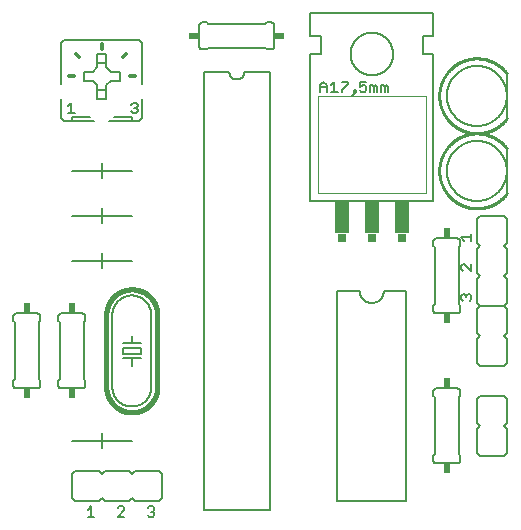
<source format=gto>
G75*
%MOIN*%
%OFA0B0*%
%FSLAX25Y25*%
%IPPOS*%
%LPD*%
%AMOC8*
5,1,8,0,0,1.08239X$1,22.5*
%
%ADD10C,0.00600*%
%ADD11C,0.00500*%
%ADD12C,0.00800*%
%ADD13C,0.01000*%
%ADD14R,0.02400X0.03400*%
%ADD15C,0.00200*%
%ADD16R,0.03000X0.02500*%
%ADD17R,0.05000X0.11000*%
%ADD18R,0.03400X0.02400*%
%ADD19C,0.01600*%
%ADD20C,0.01200*%
D10*
X0026800Y0009500D02*
X0027800Y0008500D01*
X0035800Y0008500D01*
X0036800Y0009500D01*
X0037800Y0008500D01*
X0045800Y0008500D01*
X0046800Y0009500D01*
X0047800Y0008500D01*
X0055800Y0008500D01*
X0056800Y0009500D01*
X0056800Y0017500D01*
X0055800Y0018500D01*
X0047800Y0018500D01*
X0046800Y0017500D01*
X0045800Y0018500D01*
X0037800Y0018500D01*
X0036800Y0017500D01*
X0035800Y0018500D01*
X0027800Y0018500D01*
X0026800Y0017500D01*
X0026800Y0009500D01*
X0023300Y0046000D02*
X0030300Y0046000D01*
X0030360Y0046002D01*
X0030421Y0046007D01*
X0030480Y0046016D01*
X0030539Y0046029D01*
X0030598Y0046045D01*
X0030655Y0046065D01*
X0030710Y0046088D01*
X0030765Y0046115D01*
X0030817Y0046144D01*
X0030868Y0046177D01*
X0030917Y0046213D01*
X0030963Y0046251D01*
X0031007Y0046293D01*
X0031049Y0046337D01*
X0031087Y0046383D01*
X0031123Y0046432D01*
X0031156Y0046483D01*
X0031185Y0046535D01*
X0031212Y0046590D01*
X0031235Y0046645D01*
X0031255Y0046702D01*
X0031271Y0046761D01*
X0031284Y0046820D01*
X0031293Y0046879D01*
X0031298Y0046940D01*
X0031300Y0047000D01*
X0031300Y0048500D01*
X0030800Y0049000D01*
X0030800Y0068000D01*
X0031300Y0068500D01*
X0031300Y0070000D01*
X0031298Y0070060D01*
X0031293Y0070121D01*
X0031284Y0070180D01*
X0031271Y0070239D01*
X0031255Y0070298D01*
X0031235Y0070355D01*
X0031212Y0070410D01*
X0031185Y0070465D01*
X0031156Y0070517D01*
X0031123Y0070568D01*
X0031087Y0070617D01*
X0031049Y0070663D01*
X0031007Y0070707D01*
X0030963Y0070749D01*
X0030917Y0070787D01*
X0030868Y0070823D01*
X0030817Y0070856D01*
X0030765Y0070885D01*
X0030710Y0070912D01*
X0030655Y0070935D01*
X0030598Y0070955D01*
X0030539Y0070971D01*
X0030480Y0070984D01*
X0030421Y0070993D01*
X0030360Y0070998D01*
X0030300Y0071000D01*
X0023300Y0071000D01*
X0023240Y0070998D01*
X0023179Y0070993D01*
X0023120Y0070984D01*
X0023061Y0070971D01*
X0023002Y0070955D01*
X0022945Y0070935D01*
X0022890Y0070912D01*
X0022835Y0070885D01*
X0022783Y0070856D01*
X0022732Y0070823D01*
X0022683Y0070787D01*
X0022637Y0070749D01*
X0022593Y0070707D01*
X0022551Y0070663D01*
X0022513Y0070617D01*
X0022477Y0070568D01*
X0022444Y0070517D01*
X0022415Y0070465D01*
X0022388Y0070410D01*
X0022365Y0070355D01*
X0022345Y0070298D01*
X0022329Y0070239D01*
X0022316Y0070180D01*
X0022307Y0070121D01*
X0022302Y0070060D01*
X0022300Y0070000D01*
X0022300Y0068500D01*
X0022800Y0068000D01*
X0022800Y0049000D01*
X0022300Y0048500D01*
X0022300Y0047000D01*
X0022302Y0046940D01*
X0022307Y0046879D01*
X0022316Y0046820D01*
X0022329Y0046761D01*
X0022345Y0046702D01*
X0022365Y0046645D01*
X0022388Y0046590D01*
X0022415Y0046535D01*
X0022444Y0046483D01*
X0022477Y0046432D01*
X0022513Y0046383D01*
X0022551Y0046337D01*
X0022593Y0046293D01*
X0022637Y0046251D01*
X0022683Y0046213D01*
X0022732Y0046177D01*
X0022783Y0046144D01*
X0022835Y0046115D01*
X0022890Y0046088D01*
X0022945Y0046065D01*
X0023002Y0046045D01*
X0023061Y0046029D01*
X0023120Y0046016D01*
X0023179Y0046007D01*
X0023240Y0046002D01*
X0023300Y0046000D01*
X0016300Y0047000D02*
X0016300Y0048500D01*
X0015800Y0049000D01*
X0015800Y0068000D01*
X0016300Y0068500D01*
X0016300Y0070000D01*
X0016298Y0070060D01*
X0016293Y0070121D01*
X0016284Y0070180D01*
X0016271Y0070239D01*
X0016255Y0070298D01*
X0016235Y0070355D01*
X0016212Y0070410D01*
X0016185Y0070465D01*
X0016156Y0070517D01*
X0016123Y0070568D01*
X0016087Y0070617D01*
X0016049Y0070663D01*
X0016007Y0070707D01*
X0015963Y0070749D01*
X0015917Y0070787D01*
X0015868Y0070823D01*
X0015817Y0070856D01*
X0015765Y0070885D01*
X0015710Y0070912D01*
X0015655Y0070935D01*
X0015598Y0070955D01*
X0015539Y0070971D01*
X0015480Y0070984D01*
X0015421Y0070993D01*
X0015360Y0070998D01*
X0015300Y0071000D01*
X0008300Y0071000D01*
X0008240Y0070998D01*
X0008179Y0070993D01*
X0008120Y0070984D01*
X0008061Y0070971D01*
X0008002Y0070955D01*
X0007945Y0070935D01*
X0007890Y0070912D01*
X0007835Y0070885D01*
X0007783Y0070856D01*
X0007732Y0070823D01*
X0007683Y0070787D01*
X0007637Y0070749D01*
X0007593Y0070707D01*
X0007551Y0070663D01*
X0007513Y0070617D01*
X0007477Y0070568D01*
X0007444Y0070517D01*
X0007415Y0070465D01*
X0007388Y0070410D01*
X0007365Y0070355D01*
X0007345Y0070298D01*
X0007329Y0070239D01*
X0007316Y0070180D01*
X0007307Y0070121D01*
X0007302Y0070060D01*
X0007300Y0070000D01*
X0007300Y0068500D01*
X0007800Y0068000D01*
X0007800Y0049000D01*
X0007300Y0048500D01*
X0007300Y0047000D01*
X0007302Y0046940D01*
X0007307Y0046879D01*
X0007316Y0046820D01*
X0007329Y0046761D01*
X0007345Y0046702D01*
X0007365Y0046645D01*
X0007388Y0046590D01*
X0007415Y0046535D01*
X0007444Y0046483D01*
X0007477Y0046432D01*
X0007513Y0046383D01*
X0007551Y0046337D01*
X0007593Y0046293D01*
X0007637Y0046251D01*
X0007683Y0046213D01*
X0007732Y0046177D01*
X0007783Y0046144D01*
X0007835Y0046115D01*
X0007890Y0046088D01*
X0007945Y0046065D01*
X0008002Y0046045D01*
X0008061Y0046029D01*
X0008120Y0046016D01*
X0008179Y0046007D01*
X0008240Y0046002D01*
X0008300Y0046000D01*
X0015300Y0046000D01*
X0015360Y0046002D01*
X0015421Y0046007D01*
X0015480Y0046016D01*
X0015539Y0046029D01*
X0015598Y0046045D01*
X0015655Y0046065D01*
X0015710Y0046088D01*
X0015765Y0046115D01*
X0015817Y0046144D01*
X0015868Y0046177D01*
X0015917Y0046213D01*
X0015963Y0046251D01*
X0016007Y0046293D01*
X0016049Y0046337D01*
X0016087Y0046383D01*
X0016123Y0046432D01*
X0016156Y0046483D01*
X0016185Y0046535D01*
X0016212Y0046590D01*
X0016235Y0046645D01*
X0016255Y0046702D01*
X0016271Y0046761D01*
X0016284Y0046820D01*
X0016293Y0046879D01*
X0016298Y0046940D01*
X0016300Y0047000D01*
X0040300Y0046500D02*
X0040300Y0070500D01*
X0040302Y0070660D01*
X0040308Y0070819D01*
X0040318Y0070978D01*
X0040331Y0071137D01*
X0040349Y0071296D01*
X0040370Y0071454D01*
X0040396Y0071611D01*
X0040425Y0071768D01*
X0040458Y0071924D01*
X0040495Y0072079D01*
X0040535Y0072234D01*
X0040580Y0072387D01*
X0040628Y0072539D01*
X0040680Y0072690D01*
X0040736Y0072839D01*
X0040795Y0072987D01*
X0040858Y0073134D01*
X0040924Y0073279D01*
X0040994Y0073422D01*
X0041068Y0073564D01*
X0041144Y0073704D01*
X0041225Y0073842D01*
X0041308Y0073977D01*
X0041395Y0074111D01*
X0041486Y0074243D01*
X0041579Y0074372D01*
X0041676Y0074499D01*
X0041775Y0074624D01*
X0041878Y0074746D01*
X0041984Y0074865D01*
X0042092Y0074982D01*
X0042204Y0075096D01*
X0042318Y0075208D01*
X0042435Y0075316D01*
X0042554Y0075422D01*
X0042676Y0075525D01*
X0042801Y0075624D01*
X0042928Y0075721D01*
X0043057Y0075814D01*
X0043189Y0075905D01*
X0043323Y0075992D01*
X0043458Y0076075D01*
X0043596Y0076156D01*
X0043736Y0076232D01*
X0043878Y0076306D01*
X0044021Y0076376D01*
X0044166Y0076442D01*
X0044313Y0076505D01*
X0044461Y0076564D01*
X0044610Y0076620D01*
X0044761Y0076672D01*
X0044913Y0076720D01*
X0045066Y0076765D01*
X0045221Y0076805D01*
X0045376Y0076842D01*
X0045532Y0076875D01*
X0045689Y0076904D01*
X0045846Y0076930D01*
X0046004Y0076951D01*
X0046163Y0076969D01*
X0046322Y0076982D01*
X0046481Y0076992D01*
X0046640Y0076998D01*
X0046800Y0077000D01*
X0046960Y0076998D01*
X0047119Y0076992D01*
X0047278Y0076982D01*
X0047437Y0076969D01*
X0047596Y0076951D01*
X0047754Y0076930D01*
X0047911Y0076904D01*
X0048068Y0076875D01*
X0048224Y0076842D01*
X0048379Y0076805D01*
X0048534Y0076765D01*
X0048687Y0076720D01*
X0048839Y0076672D01*
X0048990Y0076620D01*
X0049139Y0076564D01*
X0049287Y0076505D01*
X0049434Y0076442D01*
X0049579Y0076376D01*
X0049722Y0076306D01*
X0049864Y0076232D01*
X0050004Y0076156D01*
X0050142Y0076075D01*
X0050277Y0075992D01*
X0050411Y0075905D01*
X0050543Y0075814D01*
X0050672Y0075721D01*
X0050799Y0075624D01*
X0050924Y0075525D01*
X0051046Y0075422D01*
X0051165Y0075316D01*
X0051282Y0075208D01*
X0051396Y0075096D01*
X0051508Y0074982D01*
X0051616Y0074865D01*
X0051722Y0074746D01*
X0051825Y0074624D01*
X0051924Y0074499D01*
X0052021Y0074372D01*
X0052114Y0074243D01*
X0052205Y0074111D01*
X0052292Y0073977D01*
X0052375Y0073842D01*
X0052456Y0073704D01*
X0052532Y0073564D01*
X0052606Y0073422D01*
X0052676Y0073279D01*
X0052742Y0073134D01*
X0052805Y0072987D01*
X0052864Y0072839D01*
X0052920Y0072690D01*
X0052972Y0072539D01*
X0053020Y0072387D01*
X0053065Y0072234D01*
X0053105Y0072079D01*
X0053142Y0071924D01*
X0053175Y0071768D01*
X0053204Y0071611D01*
X0053230Y0071454D01*
X0053251Y0071296D01*
X0053269Y0071137D01*
X0053282Y0070978D01*
X0053292Y0070819D01*
X0053298Y0070660D01*
X0053300Y0070500D01*
X0053300Y0046500D01*
X0053298Y0046340D01*
X0053292Y0046181D01*
X0053282Y0046022D01*
X0053269Y0045863D01*
X0053251Y0045704D01*
X0053230Y0045546D01*
X0053204Y0045389D01*
X0053175Y0045232D01*
X0053142Y0045076D01*
X0053105Y0044921D01*
X0053065Y0044766D01*
X0053020Y0044613D01*
X0052972Y0044461D01*
X0052920Y0044310D01*
X0052864Y0044161D01*
X0052805Y0044013D01*
X0052742Y0043866D01*
X0052676Y0043721D01*
X0052606Y0043578D01*
X0052532Y0043436D01*
X0052456Y0043296D01*
X0052375Y0043158D01*
X0052292Y0043023D01*
X0052205Y0042889D01*
X0052114Y0042757D01*
X0052021Y0042628D01*
X0051924Y0042501D01*
X0051825Y0042376D01*
X0051722Y0042254D01*
X0051616Y0042135D01*
X0051508Y0042018D01*
X0051396Y0041904D01*
X0051282Y0041792D01*
X0051165Y0041684D01*
X0051046Y0041578D01*
X0050924Y0041475D01*
X0050799Y0041376D01*
X0050672Y0041279D01*
X0050543Y0041186D01*
X0050411Y0041095D01*
X0050277Y0041008D01*
X0050142Y0040925D01*
X0050004Y0040844D01*
X0049864Y0040768D01*
X0049722Y0040694D01*
X0049579Y0040624D01*
X0049434Y0040558D01*
X0049287Y0040495D01*
X0049139Y0040436D01*
X0048990Y0040380D01*
X0048839Y0040328D01*
X0048687Y0040280D01*
X0048534Y0040235D01*
X0048379Y0040195D01*
X0048224Y0040158D01*
X0048068Y0040125D01*
X0047911Y0040096D01*
X0047754Y0040070D01*
X0047596Y0040049D01*
X0047437Y0040031D01*
X0047278Y0040018D01*
X0047119Y0040008D01*
X0046960Y0040002D01*
X0046800Y0040000D01*
X0046640Y0040002D01*
X0046481Y0040008D01*
X0046322Y0040018D01*
X0046163Y0040031D01*
X0046004Y0040049D01*
X0045846Y0040070D01*
X0045689Y0040096D01*
X0045532Y0040125D01*
X0045376Y0040158D01*
X0045221Y0040195D01*
X0045066Y0040235D01*
X0044913Y0040280D01*
X0044761Y0040328D01*
X0044610Y0040380D01*
X0044461Y0040436D01*
X0044313Y0040495D01*
X0044166Y0040558D01*
X0044021Y0040624D01*
X0043878Y0040694D01*
X0043736Y0040768D01*
X0043596Y0040844D01*
X0043458Y0040925D01*
X0043323Y0041008D01*
X0043189Y0041095D01*
X0043057Y0041186D01*
X0042928Y0041279D01*
X0042801Y0041376D01*
X0042676Y0041475D01*
X0042554Y0041578D01*
X0042435Y0041684D01*
X0042318Y0041792D01*
X0042204Y0041904D01*
X0042092Y0042018D01*
X0041984Y0042135D01*
X0041878Y0042254D01*
X0041775Y0042376D01*
X0041676Y0042501D01*
X0041579Y0042628D01*
X0041486Y0042757D01*
X0041395Y0042889D01*
X0041308Y0043023D01*
X0041225Y0043158D01*
X0041144Y0043296D01*
X0041068Y0043436D01*
X0040994Y0043578D01*
X0040924Y0043721D01*
X0040858Y0043866D01*
X0040795Y0044013D01*
X0040736Y0044161D01*
X0040680Y0044310D01*
X0040628Y0044461D01*
X0040580Y0044613D01*
X0040535Y0044766D01*
X0040495Y0044921D01*
X0040458Y0045076D01*
X0040425Y0045232D01*
X0040396Y0045389D01*
X0040370Y0045546D01*
X0040349Y0045704D01*
X0040331Y0045863D01*
X0040318Y0046022D01*
X0040308Y0046181D01*
X0040302Y0046340D01*
X0040300Y0046500D01*
X0046800Y0053500D02*
X0046800Y0056000D01*
X0043800Y0056000D01*
X0043800Y0057500D02*
X0043800Y0059500D01*
X0049800Y0059500D01*
X0049800Y0057500D01*
X0043800Y0057500D01*
X0046800Y0056000D02*
X0049800Y0056000D01*
X0049800Y0061000D02*
X0046800Y0061000D01*
X0046800Y0063500D01*
X0046800Y0061000D02*
X0043800Y0061000D01*
X0070800Y0005500D02*
X0092800Y0005500D01*
X0092800Y0151500D01*
X0084300Y0151500D01*
X0084298Y0151402D01*
X0084292Y0151304D01*
X0084283Y0151206D01*
X0084269Y0151109D01*
X0084252Y0151012D01*
X0084231Y0150916D01*
X0084206Y0150821D01*
X0084178Y0150727D01*
X0084145Y0150635D01*
X0084110Y0150543D01*
X0084070Y0150453D01*
X0084028Y0150365D01*
X0083981Y0150278D01*
X0083932Y0150194D01*
X0083879Y0150111D01*
X0083823Y0150031D01*
X0083763Y0149952D01*
X0083701Y0149876D01*
X0083636Y0149803D01*
X0083568Y0149732D01*
X0083497Y0149664D01*
X0083424Y0149599D01*
X0083348Y0149537D01*
X0083269Y0149477D01*
X0083189Y0149421D01*
X0083106Y0149368D01*
X0083022Y0149319D01*
X0082935Y0149272D01*
X0082847Y0149230D01*
X0082757Y0149190D01*
X0082665Y0149155D01*
X0082573Y0149122D01*
X0082479Y0149094D01*
X0082384Y0149069D01*
X0082288Y0149048D01*
X0082191Y0149031D01*
X0082094Y0149017D01*
X0081996Y0149008D01*
X0081898Y0149002D01*
X0081800Y0149000D01*
X0081702Y0149002D01*
X0081604Y0149008D01*
X0081506Y0149017D01*
X0081409Y0149031D01*
X0081312Y0149048D01*
X0081216Y0149069D01*
X0081121Y0149094D01*
X0081027Y0149122D01*
X0080935Y0149155D01*
X0080843Y0149190D01*
X0080753Y0149230D01*
X0080665Y0149272D01*
X0080578Y0149319D01*
X0080494Y0149368D01*
X0080411Y0149421D01*
X0080331Y0149477D01*
X0080252Y0149537D01*
X0080176Y0149599D01*
X0080103Y0149664D01*
X0080032Y0149732D01*
X0079964Y0149803D01*
X0079899Y0149876D01*
X0079837Y0149952D01*
X0079777Y0150031D01*
X0079721Y0150111D01*
X0079668Y0150194D01*
X0079619Y0150278D01*
X0079572Y0150365D01*
X0079530Y0150453D01*
X0079490Y0150543D01*
X0079455Y0150635D01*
X0079422Y0150727D01*
X0079394Y0150821D01*
X0079369Y0150916D01*
X0079348Y0151012D01*
X0079331Y0151109D01*
X0079317Y0151206D01*
X0079308Y0151304D01*
X0079302Y0151402D01*
X0079300Y0151500D01*
X0070800Y0151500D01*
X0070800Y0005500D01*
X0115300Y0008500D02*
X0138300Y0008500D01*
X0138300Y0078500D01*
X0130800Y0078500D01*
X0130798Y0078374D01*
X0130792Y0078249D01*
X0130782Y0078124D01*
X0130768Y0077999D01*
X0130751Y0077874D01*
X0130729Y0077750D01*
X0130704Y0077627D01*
X0130674Y0077505D01*
X0130641Y0077384D01*
X0130604Y0077264D01*
X0130564Y0077145D01*
X0130519Y0077028D01*
X0130471Y0076911D01*
X0130419Y0076797D01*
X0130364Y0076684D01*
X0130305Y0076573D01*
X0130243Y0076464D01*
X0130177Y0076357D01*
X0130108Y0076252D01*
X0130036Y0076149D01*
X0129961Y0076048D01*
X0129882Y0075950D01*
X0129800Y0075855D01*
X0129716Y0075762D01*
X0129628Y0075672D01*
X0129538Y0075584D01*
X0129445Y0075500D01*
X0129350Y0075418D01*
X0129252Y0075339D01*
X0129151Y0075264D01*
X0129048Y0075192D01*
X0128943Y0075123D01*
X0128836Y0075057D01*
X0128727Y0074995D01*
X0128616Y0074936D01*
X0128503Y0074881D01*
X0128389Y0074829D01*
X0128272Y0074781D01*
X0128155Y0074736D01*
X0128036Y0074696D01*
X0127916Y0074659D01*
X0127795Y0074626D01*
X0127673Y0074596D01*
X0127550Y0074571D01*
X0127426Y0074549D01*
X0127301Y0074532D01*
X0127176Y0074518D01*
X0127051Y0074508D01*
X0126926Y0074502D01*
X0126800Y0074500D01*
X0126674Y0074502D01*
X0126549Y0074508D01*
X0126424Y0074518D01*
X0126299Y0074532D01*
X0126174Y0074549D01*
X0126050Y0074571D01*
X0125927Y0074596D01*
X0125805Y0074626D01*
X0125684Y0074659D01*
X0125564Y0074696D01*
X0125445Y0074736D01*
X0125328Y0074781D01*
X0125211Y0074829D01*
X0125097Y0074881D01*
X0124984Y0074936D01*
X0124873Y0074995D01*
X0124764Y0075057D01*
X0124657Y0075123D01*
X0124552Y0075192D01*
X0124449Y0075264D01*
X0124348Y0075339D01*
X0124250Y0075418D01*
X0124155Y0075500D01*
X0124062Y0075584D01*
X0123972Y0075672D01*
X0123884Y0075762D01*
X0123800Y0075855D01*
X0123718Y0075950D01*
X0123639Y0076048D01*
X0123564Y0076149D01*
X0123492Y0076252D01*
X0123423Y0076357D01*
X0123357Y0076464D01*
X0123295Y0076573D01*
X0123236Y0076684D01*
X0123181Y0076797D01*
X0123129Y0076911D01*
X0123081Y0077028D01*
X0123036Y0077145D01*
X0122996Y0077264D01*
X0122959Y0077384D01*
X0122926Y0077505D01*
X0122896Y0077627D01*
X0122871Y0077750D01*
X0122849Y0077874D01*
X0122832Y0077999D01*
X0122818Y0078124D01*
X0122808Y0078249D01*
X0122802Y0078374D01*
X0122800Y0078500D01*
X0115300Y0078500D01*
X0115300Y0008500D01*
X0147300Y0022000D02*
X0147300Y0023500D01*
X0147800Y0024000D01*
X0147800Y0043000D01*
X0147300Y0043500D01*
X0147300Y0045000D01*
X0147302Y0045060D01*
X0147307Y0045121D01*
X0147316Y0045180D01*
X0147329Y0045239D01*
X0147345Y0045298D01*
X0147365Y0045355D01*
X0147388Y0045410D01*
X0147415Y0045465D01*
X0147444Y0045517D01*
X0147477Y0045568D01*
X0147513Y0045617D01*
X0147551Y0045663D01*
X0147593Y0045707D01*
X0147637Y0045749D01*
X0147683Y0045787D01*
X0147732Y0045823D01*
X0147783Y0045856D01*
X0147835Y0045885D01*
X0147890Y0045912D01*
X0147945Y0045935D01*
X0148002Y0045955D01*
X0148061Y0045971D01*
X0148120Y0045984D01*
X0148179Y0045993D01*
X0148240Y0045998D01*
X0148300Y0046000D01*
X0155300Y0046000D01*
X0155360Y0045998D01*
X0155421Y0045993D01*
X0155480Y0045984D01*
X0155539Y0045971D01*
X0155598Y0045955D01*
X0155655Y0045935D01*
X0155710Y0045912D01*
X0155765Y0045885D01*
X0155817Y0045856D01*
X0155868Y0045823D01*
X0155917Y0045787D01*
X0155963Y0045749D01*
X0156007Y0045707D01*
X0156049Y0045663D01*
X0156087Y0045617D01*
X0156123Y0045568D01*
X0156156Y0045517D01*
X0156185Y0045465D01*
X0156212Y0045410D01*
X0156235Y0045355D01*
X0156255Y0045298D01*
X0156271Y0045239D01*
X0156284Y0045180D01*
X0156293Y0045121D01*
X0156298Y0045060D01*
X0156300Y0045000D01*
X0156300Y0043500D01*
X0155800Y0043000D01*
X0155800Y0024000D01*
X0156300Y0023500D01*
X0156300Y0022000D01*
X0156298Y0021940D01*
X0156293Y0021879D01*
X0156284Y0021820D01*
X0156271Y0021761D01*
X0156255Y0021702D01*
X0156235Y0021645D01*
X0156212Y0021590D01*
X0156185Y0021535D01*
X0156156Y0021483D01*
X0156123Y0021432D01*
X0156087Y0021383D01*
X0156049Y0021337D01*
X0156007Y0021293D01*
X0155963Y0021251D01*
X0155917Y0021213D01*
X0155868Y0021177D01*
X0155817Y0021144D01*
X0155765Y0021115D01*
X0155710Y0021088D01*
X0155655Y0021065D01*
X0155598Y0021045D01*
X0155539Y0021029D01*
X0155480Y0021016D01*
X0155421Y0021007D01*
X0155360Y0021002D01*
X0155300Y0021000D01*
X0148300Y0021000D01*
X0148240Y0021002D01*
X0148179Y0021007D01*
X0148120Y0021016D01*
X0148061Y0021029D01*
X0148002Y0021045D01*
X0147945Y0021065D01*
X0147890Y0021088D01*
X0147835Y0021115D01*
X0147783Y0021144D01*
X0147732Y0021177D01*
X0147683Y0021213D01*
X0147637Y0021251D01*
X0147593Y0021293D01*
X0147551Y0021337D01*
X0147513Y0021383D01*
X0147477Y0021432D01*
X0147444Y0021483D01*
X0147415Y0021535D01*
X0147388Y0021590D01*
X0147365Y0021645D01*
X0147345Y0021702D01*
X0147329Y0021761D01*
X0147316Y0021820D01*
X0147307Y0021879D01*
X0147302Y0021940D01*
X0147300Y0022000D01*
X0161800Y0024500D02*
X0162800Y0023500D01*
X0170800Y0023500D01*
X0171800Y0024500D01*
X0171800Y0032500D01*
X0170800Y0033500D01*
X0171800Y0034500D01*
X0171800Y0042500D01*
X0170800Y0043500D01*
X0162800Y0043500D01*
X0161800Y0042500D01*
X0161800Y0034500D01*
X0162800Y0033500D01*
X0161800Y0032500D01*
X0161800Y0024500D01*
X0162800Y0053500D02*
X0161800Y0054500D01*
X0161800Y0062500D01*
X0162800Y0063500D01*
X0161800Y0064500D01*
X0161800Y0072500D01*
X0162800Y0073500D01*
X0170800Y0073500D01*
X0171800Y0072500D01*
X0171800Y0064500D01*
X0170800Y0063500D01*
X0171800Y0062500D01*
X0171800Y0054500D01*
X0170800Y0053500D01*
X0162800Y0053500D01*
X0155300Y0071000D02*
X0148300Y0071000D01*
X0148240Y0071002D01*
X0148179Y0071007D01*
X0148120Y0071016D01*
X0148061Y0071029D01*
X0148002Y0071045D01*
X0147945Y0071065D01*
X0147890Y0071088D01*
X0147835Y0071115D01*
X0147783Y0071144D01*
X0147732Y0071177D01*
X0147683Y0071213D01*
X0147637Y0071251D01*
X0147593Y0071293D01*
X0147551Y0071337D01*
X0147513Y0071383D01*
X0147477Y0071432D01*
X0147444Y0071483D01*
X0147415Y0071535D01*
X0147388Y0071590D01*
X0147365Y0071645D01*
X0147345Y0071702D01*
X0147329Y0071761D01*
X0147316Y0071820D01*
X0147307Y0071879D01*
X0147302Y0071940D01*
X0147300Y0072000D01*
X0147300Y0073500D01*
X0147800Y0074000D01*
X0147800Y0093000D01*
X0147300Y0093500D01*
X0147300Y0095000D01*
X0147302Y0095060D01*
X0147307Y0095121D01*
X0147316Y0095180D01*
X0147329Y0095239D01*
X0147345Y0095298D01*
X0147365Y0095355D01*
X0147388Y0095410D01*
X0147415Y0095465D01*
X0147444Y0095517D01*
X0147477Y0095568D01*
X0147513Y0095617D01*
X0147551Y0095663D01*
X0147593Y0095707D01*
X0147637Y0095749D01*
X0147683Y0095787D01*
X0147732Y0095823D01*
X0147783Y0095856D01*
X0147835Y0095885D01*
X0147890Y0095912D01*
X0147945Y0095935D01*
X0148002Y0095955D01*
X0148061Y0095971D01*
X0148120Y0095984D01*
X0148179Y0095993D01*
X0148240Y0095998D01*
X0148300Y0096000D01*
X0155300Y0096000D01*
X0155360Y0095998D01*
X0155421Y0095993D01*
X0155480Y0095984D01*
X0155539Y0095971D01*
X0155598Y0095955D01*
X0155655Y0095935D01*
X0155710Y0095912D01*
X0155765Y0095885D01*
X0155817Y0095856D01*
X0155868Y0095823D01*
X0155917Y0095787D01*
X0155963Y0095749D01*
X0156007Y0095707D01*
X0156049Y0095663D01*
X0156087Y0095617D01*
X0156123Y0095568D01*
X0156156Y0095517D01*
X0156185Y0095465D01*
X0156212Y0095410D01*
X0156235Y0095355D01*
X0156255Y0095298D01*
X0156271Y0095239D01*
X0156284Y0095180D01*
X0156293Y0095121D01*
X0156298Y0095060D01*
X0156300Y0095000D01*
X0156300Y0093500D01*
X0155800Y0093000D01*
X0155800Y0074000D01*
X0156300Y0073500D01*
X0156300Y0072000D01*
X0156298Y0071940D01*
X0156293Y0071879D01*
X0156284Y0071820D01*
X0156271Y0071761D01*
X0156255Y0071702D01*
X0156235Y0071645D01*
X0156212Y0071590D01*
X0156185Y0071535D01*
X0156156Y0071483D01*
X0156123Y0071432D01*
X0156087Y0071383D01*
X0156049Y0071337D01*
X0156007Y0071293D01*
X0155963Y0071251D01*
X0155917Y0071213D01*
X0155868Y0071177D01*
X0155817Y0071144D01*
X0155765Y0071115D01*
X0155710Y0071088D01*
X0155655Y0071065D01*
X0155598Y0071045D01*
X0155539Y0071029D01*
X0155480Y0071016D01*
X0155421Y0071007D01*
X0155360Y0071002D01*
X0155300Y0071000D01*
X0161800Y0074500D02*
X0162800Y0073500D01*
X0170800Y0073500D01*
X0171800Y0074500D01*
X0171800Y0082500D01*
X0170800Y0083500D01*
X0171800Y0084500D01*
X0171800Y0092500D01*
X0170800Y0093500D01*
X0171800Y0094500D01*
X0171800Y0102500D01*
X0170800Y0103500D01*
X0162800Y0103500D01*
X0161800Y0102500D01*
X0161800Y0094500D01*
X0162800Y0093500D01*
X0161800Y0092500D01*
X0161800Y0084500D01*
X0162800Y0083500D01*
X0161800Y0082500D01*
X0161800Y0074500D01*
X0151800Y0118500D02*
X0151803Y0118745D01*
X0151812Y0118991D01*
X0151827Y0119236D01*
X0151848Y0119480D01*
X0151875Y0119724D01*
X0151908Y0119967D01*
X0151947Y0120210D01*
X0151992Y0120451D01*
X0152043Y0120691D01*
X0152100Y0120930D01*
X0152162Y0121167D01*
X0152231Y0121403D01*
X0152305Y0121637D01*
X0152385Y0121869D01*
X0152470Y0122099D01*
X0152561Y0122327D01*
X0152658Y0122552D01*
X0152760Y0122776D01*
X0152868Y0122996D01*
X0152981Y0123214D01*
X0153099Y0123429D01*
X0153223Y0123641D01*
X0153351Y0123850D01*
X0153485Y0124056D01*
X0153624Y0124258D01*
X0153768Y0124457D01*
X0153917Y0124652D01*
X0154070Y0124844D01*
X0154228Y0125032D01*
X0154390Y0125216D01*
X0154558Y0125395D01*
X0154729Y0125571D01*
X0154905Y0125742D01*
X0155084Y0125910D01*
X0155268Y0126072D01*
X0155456Y0126230D01*
X0155648Y0126383D01*
X0155843Y0126532D01*
X0156042Y0126676D01*
X0156244Y0126815D01*
X0156450Y0126949D01*
X0156659Y0127077D01*
X0156871Y0127201D01*
X0157086Y0127319D01*
X0157304Y0127432D01*
X0157524Y0127540D01*
X0157748Y0127642D01*
X0157973Y0127739D01*
X0158201Y0127830D01*
X0158431Y0127915D01*
X0158663Y0127995D01*
X0158897Y0128069D01*
X0159133Y0128138D01*
X0159370Y0128200D01*
X0159609Y0128257D01*
X0159849Y0128308D01*
X0160090Y0128353D01*
X0160333Y0128392D01*
X0160576Y0128425D01*
X0160820Y0128452D01*
X0161064Y0128473D01*
X0161309Y0128488D01*
X0161555Y0128497D01*
X0161800Y0128500D01*
X0162045Y0128497D01*
X0162291Y0128488D01*
X0162536Y0128473D01*
X0162780Y0128452D01*
X0163024Y0128425D01*
X0163267Y0128392D01*
X0163510Y0128353D01*
X0163751Y0128308D01*
X0163991Y0128257D01*
X0164230Y0128200D01*
X0164467Y0128138D01*
X0164703Y0128069D01*
X0164937Y0127995D01*
X0165169Y0127915D01*
X0165399Y0127830D01*
X0165627Y0127739D01*
X0165852Y0127642D01*
X0166076Y0127540D01*
X0166296Y0127432D01*
X0166514Y0127319D01*
X0166729Y0127201D01*
X0166941Y0127077D01*
X0167150Y0126949D01*
X0167356Y0126815D01*
X0167558Y0126676D01*
X0167757Y0126532D01*
X0167952Y0126383D01*
X0168144Y0126230D01*
X0168332Y0126072D01*
X0168516Y0125910D01*
X0168695Y0125742D01*
X0168871Y0125571D01*
X0169042Y0125395D01*
X0169210Y0125216D01*
X0169372Y0125032D01*
X0169530Y0124844D01*
X0169683Y0124652D01*
X0169832Y0124457D01*
X0169976Y0124258D01*
X0170115Y0124056D01*
X0170249Y0123850D01*
X0170377Y0123641D01*
X0170501Y0123429D01*
X0170619Y0123214D01*
X0170732Y0122996D01*
X0170840Y0122776D01*
X0170942Y0122552D01*
X0171039Y0122327D01*
X0171130Y0122099D01*
X0171215Y0121869D01*
X0171295Y0121637D01*
X0171369Y0121403D01*
X0171438Y0121167D01*
X0171500Y0120930D01*
X0171557Y0120691D01*
X0171608Y0120451D01*
X0171653Y0120210D01*
X0171692Y0119967D01*
X0171725Y0119724D01*
X0171752Y0119480D01*
X0171773Y0119236D01*
X0171788Y0118991D01*
X0171797Y0118745D01*
X0171800Y0118500D01*
X0171797Y0118255D01*
X0171788Y0118009D01*
X0171773Y0117764D01*
X0171752Y0117520D01*
X0171725Y0117276D01*
X0171692Y0117033D01*
X0171653Y0116790D01*
X0171608Y0116549D01*
X0171557Y0116309D01*
X0171500Y0116070D01*
X0171438Y0115833D01*
X0171369Y0115597D01*
X0171295Y0115363D01*
X0171215Y0115131D01*
X0171130Y0114901D01*
X0171039Y0114673D01*
X0170942Y0114448D01*
X0170840Y0114224D01*
X0170732Y0114004D01*
X0170619Y0113786D01*
X0170501Y0113571D01*
X0170377Y0113359D01*
X0170249Y0113150D01*
X0170115Y0112944D01*
X0169976Y0112742D01*
X0169832Y0112543D01*
X0169683Y0112348D01*
X0169530Y0112156D01*
X0169372Y0111968D01*
X0169210Y0111784D01*
X0169042Y0111605D01*
X0168871Y0111429D01*
X0168695Y0111258D01*
X0168516Y0111090D01*
X0168332Y0110928D01*
X0168144Y0110770D01*
X0167952Y0110617D01*
X0167757Y0110468D01*
X0167558Y0110324D01*
X0167356Y0110185D01*
X0167150Y0110051D01*
X0166941Y0109923D01*
X0166729Y0109799D01*
X0166514Y0109681D01*
X0166296Y0109568D01*
X0166076Y0109460D01*
X0165852Y0109358D01*
X0165627Y0109261D01*
X0165399Y0109170D01*
X0165169Y0109085D01*
X0164937Y0109005D01*
X0164703Y0108931D01*
X0164467Y0108862D01*
X0164230Y0108800D01*
X0163991Y0108743D01*
X0163751Y0108692D01*
X0163510Y0108647D01*
X0163267Y0108608D01*
X0163024Y0108575D01*
X0162780Y0108548D01*
X0162536Y0108527D01*
X0162291Y0108512D01*
X0162045Y0108503D01*
X0161800Y0108500D01*
X0161555Y0108503D01*
X0161309Y0108512D01*
X0161064Y0108527D01*
X0160820Y0108548D01*
X0160576Y0108575D01*
X0160333Y0108608D01*
X0160090Y0108647D01*
X0159849Y0108692D01*
X0159609Y0108743D01*
X0159370Y0108800D01*
X0159133Y0108862D01*
X0158897Y0108931D01*
X0158663Y0109005D01*
X0158431Y0109085D01*
X0158201Y0109170D01*
X0157973Y0109261D01*
X0157748Y0109358D01*
X0157524Y0109460D01*
X0157304Y0109568D01*
X0157086Y0109681D01*
X0156871Y0109799D01*
X0156659Y0109923D01*
X0156450Y0110051D01*
X0156244Y0110185D01*
X0156042Y0110324D01*
X0155843Y0110468D01*
X0155648Y0110617D01*
X0155456Y0110770D01*
X0155268Y0110928D01*
X0155084Y0111090D01*
X0154905Y0111258D01*
X0154729Y0111429D01*
X0154558Y0111605D01*
X0154390Y0111784D01*
X0154228Y0111968D01*
X0154070Y0112156D01*
X0153917Y0112348D01*
X0153768Y0112543D01*
X0153624Y0112742D01*
X0153485Y0112944D01*
X0153351Y0113150D01*
X0153223Y0113359D01*
X0153099Y0113571D01*
X0152981Y0113786D01*
X0152868Y0114004D01*
X0152760Y0114224D01*
X0152658Y0114448D01*
X0152561Y0114673D01*
X0152470Y0114901D01*
X0152385Y0115131D01*
X0152305Y0115363D01*
X0152231Y0115597D01*
X0152162Y0115833D01*
X0152100Y0116070D01*
X0152043Y0116309D01*
X0151992Y0116549D01*
X0151947Y0116790D01*
X0151908Y0117033D01*
X0151875Y0117276D01*
X0151848Y0117520D01*
X0151827Y0117764D01*
X0151812Y0118009D01*
X0151803Y0118255D01*
X0151800Y0118500D01*
X0151800Y0143500D02*
X0151803Y0143745D01*
X0151812Y0143991D01*
X0151827Y0144236D01*
X0151848Y0144480D01*
X0151875Y0144724D01*
X0151908Y0144967D01*
X0151947Y0145210D01*
X0151992Y0145451D01*
X0152043Y0145691D01*
X0152100Y0145930D01*
X0152162Y0146167D01*
X0152231Y0146403D01*
X0152305Y0146637D01*
X0152385Y0146869D01*
X0152470Y0147099D01*
X0152561Y0147327D01*
X0152658Y0147552D01*
X0152760Y0147776D01*
X0152868Y0147996D01*
X0152981Y0148214D01*
X0153099Y0148429D01*
X0153223Y0148641D01*
X0153351Y0148850D01*
X0153485Y0149056D01*
X0153624Y0149258D01*
X0153768Y0149457D01*
X0153917Y0149652D01*
X0154070Y0149844D01*
X0154228Y0150032D01*
X0154390Y0150216D01*
X0154558Y0150395D01*
X0154729Y0150571D01*
X0154905Y0150742D01*
X0155084Y0150910D01*
X0155268Y0151072D01*
X0155456Y0151230D01*
X0155648Y0151383D01*
X0155843Y0151532D01*
X0156042Y0151676D01*
X0156244Y0151815D01*
X0156450Y0151949D01*
X0156659Y0152077D01*
X0156871Y0152201D01*
X0157086Y0152319D01*
X0157304Y0152432D01*
X0157524Y0152540D01*
X0157748Y0152642D01*
X0157973Y0152739D01*
X0158201Y0152830D01*
X0158431Y0152915D01*
X0158663Y0152995D01*
X0158897Y0153069D01*
X0159133Y0153138D01*
X0159370Y0153200D01*
X0159609Y0153257D01*
X0159849Y0153308D01*
X0160090Y0153353D01*
X0160333Y0153392D01*
X0160576Y0153425D01*
X0160820Y0153452D01*
X0161064Y0153473D01*
X0161309Y0153488D01*
X0161555Y0153497D01*
X0161800Y0153500D01*
X0162045Y0153497D01*
X0162291Y0153488D01*
X0162536Y0153473D01*
X0162780Y0153452D01*
X0163024Y0153425D01*
X0163267Y0153392D01*
X0163510Y0153353D01*
X0163751Y0153308D01*
X0163991Y0153257D01*
X0164230Y0153200D01*
X0164467Y0153138D01*
X0164703Y0153069D01*
X0164937Y0152995D01*
X0165169Y0152915D01*
X0165399Y0152830D01*
X0165627Y0152739D01*
X0165852Y0152642D01*
X0166076Y0152540D01*
X0166296Y0152432D01*
X0166514Y0152319D01*
X0166729Y0152201D01*
X0166941Y0152077D01*
X0167150Y0151949D01*
X0167356Y0151815D01*
X0167558Y0151676D01*
X0167757Y0151532D01*
X0167952Y0151383D01*
X0168144Y0151230D01*
X0168332Y0151072D01*
X0168516Y0150910D01*
X0168695Y0150742D01*
X0168871Y0150571D01*
X0169042Y0150395D01*
X0169210Y0150216D01*
X0169372Y0150032D01*
X0169530Y0149844D01*
X0169683Y0149652D01*
X0169832Y0149457D01*
X0169976Y0149258D01*
X0170115Y0149056D01*
X0170249Y0148850D01*
X0170377Y0148641D01*
X0170501Y0148429D01*
X0170619Y0148214D01*
X0170732Y0147996D01*
X0170840Y0147776D01*
X0170942Y0147552D01*
X0171039Y0147327D01*
X0171130Y0147099D01*
X0171215Y0146869D01*
X0171295Y0146637D01*
X0171369Y0146403D01*
X0171438Y0146167D01*
X0171500Y0145930D01*
X0171557Y0145691D01*
X0171608Y0145451D01*
X0171653Y0145210D01*
X0171692Y0144967D01*
X0171725Y0144724D01*
X0171752Y0144480D01*
X0171773Y0144236D01*
X0171788Y0143991D01*
X0171797Y0143745D01*
X0171800Y0143500D01*
X0171797Y0143255D01*
X0171788Y0143009D01*
X0171773Y0142764D01*
X0171752Y0142520D01*
X0171725Y0142276D01*
X0171692Y0142033D01*
X0171653Y0141790D01*
X0171608Y0141549D01*
X0171557Y0141309D01*
X0171500Y0141070D01*
X0171438Y0140833D01*
X0171369Y0140597D01*
X0171295Y0140363D01*
X0171215Y0140131D01*
X0171130Y0139901D01*
X0171039Y0139673D01*
X0170942Y0139448D01*
X0170840Y0139224D01*
X0170732Y0139004D01*
X0170619Y0138786D01*
X0170501Y0138571D01*
X0170377Y0138359D01*
X0170249Y0138150D01*
X0170115Y0137944D01*
X0169976Y0137742D01*
X0169832Y0137543D01*
X0169683Y0137348D01*
X0169530Y0137156D01*
X0169372Y0136968D01*
X0169210Y0136784D01*
X0169042Y0136605D01*
X0168871Y0136429D01*
X0168695Y0136258D01*
X0168516Y0136090D01*
X0168332Y0135928D01*
X0168144Y0135770D01*
X0167952Y0135617D01*
X0167757Y0135468D01*
X0167558Y0135324D01*
X0167356Y0135185D01*
X0167150Y0135051D01*
X0166941Y0134923D01*
X0166729Y0134799D01*
X0166514Y0134681D01*
X0166296Y0134568D01*
X0166076Y0134460D01*
X0165852Y0134358D01*
X0165627Y0134261D01*
X0165399Y0134170D01*
X0165169Y0134085D01*
X0164937Y0134005D01*
X0164703Y0133931D01*
X0164467Y0133862D01*
X0164230Y0133800D01*
X0163991Y0133743D01*
X0163751Y0133692D01*
X0163510Y0133647D01*
X0163267Y0133608D01*
X0163024Y0133575D01*
X0162780Y0133548D01*
X0162536Y0133527D01*
X0162291Y0133512D01*
X0162045Y0133503D01*
X0161800Y0133500D01*
X0161555Y0133503D01*
X0161309Y0133512D01*
X0161064Y0133527D01*
X0160820Y0133548D01*
X0160576Y0133575D01*
X0160333Y0133608D01*
X0160090Y0133647D01*
X0159849Y0133692D01*
X0159609Y0133743D01*
X0159370Y0133800D01*
X0159133Y0133862D01*
X0158897Y0133931D01*
X0158663Y0134005D01*
X0158431Y0134085D01*
X0158201Y0134170D01*
X0157973Y0134261D01*
X0157748Y0134358D01*
X0157524Y0134460D01*
X0157304Y0134568D01*
X0157086Y0134681D01*
X0156871Y0134799D01*
X0156659Y0134923D01*
X0156450Y0135051D01*
X0156244Y0135185D01*
X0156042Y0135324D01*
X0155843Y0135468D01*
X0155648Y0135617D01*
X0155456Y0135770D01*
X0155268Y0135928D01*
X0155084Y0136090D01*
X0154905Y0136258D01*
X0154729Y0136429D01*
X0154558Y0136605D01*
X0154390Y0136784D01*
X0154228Y0136968D01*
X0154070Y0137156D01*
X0153917Y0137348D01*
X0153768Y0137543D01*
X0153624Y0137742D01*
X0153485Y0137944D01*
X0153351Y0138150D01*
X0153223Y0138359D01*
X0153099Y0138571D01*
X0152981Y0138786D01*
X0152868Y0139004D01*
X0152760Y0139224D01*
X0152658Y0139448D01*
X0152561Y0139673D01*
X0152470Y0139901D01*
X0152385Y0140131D01*
X0152305Y0140363D01*
X0152231Y0140597D01*
X0152162Y0140833D01*
X0152100Y0141070D01*
X0152043Y0141309D01*
X0151992Y0141549D01*
X0151947Y0141790D01*
X0151908Y0142033D01*
X0151875Y0142276D01*
X0151848Y0142520D01*
X0151827Y0142764D01*
X0151812Y0143009D01*
X0151803Y0143255D01*
X0151800Y0143500D01*
X0094300Y0160000D02*
X0094300Y0167000D01*
X0094298Y0167060D01*
X0094293Y0167121D01*
X0094284Y0167180D01*
X0094271Y0167239D01*
X0094255Y0167298D01*
X0094235Y0167355D01*
X0094212Y0167410D01*
X0094185Y0167465D01*
X0094156Y0167517D01*
X0094123Y0167568D01*
X0094087Y0167617D01*
X0094049Y0167663D01*
X0094007Y0167707D01*
X0093963Y0167749D01*
X0093917Y0167787D01*
X0093868Y0167823D01*
X0093817Y0167856D01*
X0093765Y0167885D01*
X0093710Y0167912D01*
X0093655Y0167935D01*
X0093598Y0167955D01*
X0093539Y0167971D01*
X0093480Y0167984D01*
X0093421Y0167993D01*
X0093360Y0167998D01*
X0093300Y0168000D01*
X0091800Y0168000D01*
X0091300Y0167500D01*
X0072300Y0167500D01*
X0071800Y0168000D01*
X0070300Y0168000D01*
X0070240Y0167998D01*
X0070179Y0167993D01*
X0070120Y0167984D01*
X0070061Y0167971D01*
X0070002Y0167955D01*
X0069945Y0167935D01*
X0069890Y0167912D01*
X0069835Y0167885D01*
X0069783Y0167856D01*
X0069732Y0167823D01*
X0069683Y0167787D01*
X0069637Y0167749D01*
X0069593Y0167707D01*
X0069551Y0167663D01*
X0069513Y0167617D01*
X0069477Y0167568D01*
X0069444Y0167517D01*
X0069415Y0167465D01*
X0069388Y0167410D01*
X0069365Y0167355D01*
X0069345Y0167298D01*
X0069329Y0167239D01*
X0069316Y0167180D01*
X0069307Y0167121D01*
X0069302Y0167060D01*
X0069300Y0167000D01*
X0069300Y0160000D01*
X0069302Y0159940D01*
X0069307Y0159879D01*
X0069316Y0159820D01*
X0069329Y0159761D01*
X0069345Y0159702D01*
X0069365Y0159645D01*
X0069388Y0159590D01*
X0069415Y0159535D01*
X0069444Y0159483D01*
X0069477Y0159432D01*
X0069513Y0159383D01*
X0069551Y0159337D01*
X0069593Y0159293D01*
X0069637Y0159251D01*
X0069683Y0159213D01*
X0069732Y0159177D01*
X0069783Y0159144D01*
X0069835Y0159115D01*
X0069890Y0159088D01*
X0069945Y0159065D01*
X0070002Y0159045D01*
X0070061Y0159029D01*
X0070120Y0159016D01*
X0070179Y0159007D01*
X0070240Y0159002D01*
X0070300Y0159000D01*
X0071800Y0159000D01*
X0072300Y0159500D01*
X0091300Y0159500D01*
X0091800Y0159000D01*
X0093300Y0159000D01*
X0093360Y0159002D01*
X0093421Y0159007D01*
X0093480Y0159016D01*
X0093539Y0159029D01*
X0093598Y0159045D01*
X0093655Y0159065D01*
X0093710Y0159088D01*
X0093765Y0159115D01*
X0093817Y0159144D01*
X0093868Y0159177D01*
X0093917Y0159213D01*
X0093963Y0159251D01*
X0094007Y0159293D01*
X0094049Y0159337D01*
X0094087Y0159383D01*
X0094123Y0159432D01*
X0094156Y0159483D01*
X0094185Y0159535D01*
X0094212Y0159590D01*
X0094235Y0159645D01*
X0094255Y0159702D01*
X0094271Y0159761D01*
X0094284Y0159820D01*
X0094293Y0159879D01*
X0094298Y0159940D01*
X0094300Y0160000D01*
X0050300Y0161000D02*
X0050300Y0147500D01*
X0050300Y0142500D02*
X0050300Y0136000D01*
X0049300Y0135000D01*
X0046800Y0135000D01*
X0039300Y0135000D01*
X0040800Y0136500D02*
X0046800Y0136500D01*
X0046800Y0135000D01*
X0038300Y0142500D02*
X0038300Y0145500D01*
X0038300Y0147000D01*
X0039800Y0148500D01*
X0042800Y0148500D01*
X0042800Y0151500D01*
X0039800Y0151500D01*
X0038300Y0153000D01*
X0038300Y0154500D01*
X0038300Y0157500D01*
X0035300Y0157500D01*
X0035300Y0154500D01*
X0035300Y0153000D01*
X0033800Y0151500D01*
X0030800Y0151500D01*
X0030800Y0148500D01*
X0033800Y0148500D01*
X0035300Y0147000D01*
X0035300Y0145500D01*
X0035300Y0142500D01*
X0038300Y0142500D01*
X0038300Y0145500D02*
X0035300Y0145500D01*
X0035300Y0154500D02*
X0038300Y0154500D01*
X0049300Y0162000D02*
X0050300Y0161000D01*
X0049300Y0162000D02*
X0024300Y0162000D01*
X0023300Y0161000D01*
X0023300Y0147500D01*
X0023300Y0142500D02*
X0023300Y0136000D01*
X0024300Y0135000D01*
X0026800Y0135000D01*
X0034300Y0135000D01*
X0032800Y0136500D02*
X0026800Y0136500D01*
X0026800Y0135000D01*
D11*
X0026684Y0137750D02*
X0026684Y0141153D01*
X0025550Y0140019D01*
X0025550Y0137750D02*
X0027819Y0137750D01*
X0046550Y0138317D02*
X0047117Y0137750D01*
X0048251Y0137750D01*
X0048819Y0138317D01*
X0048819Y0138884D01*
X0048251Y0139451D01*
X0047684Y0139451D01*
X0048251Y0139451D02*
X0048819Y0140019D01*
X0048819Y0140586D01*
X0048251Y0141153D01*
X0047117Y0141153D01*
X0046550Y0140586D01*
X0106300Y0157500D02*
X0106300Y0108500D01*
X0147300Y0108500D01*
X0147300Y0157500D01*
X0143800Y0157500D01*
X0143800Y0163500D01*
X0147300Y0163500D01*
X0147300Y0171000D01*
X0106300Y0171000D01*
X0106300Y0163500D01*
X0109800Y0163500D01*
X0109800Y0157500D01*
X0106300Y0157500D01*
X0110684Y0148153D02*
X0111819Y0147019D01*
X0111819Y0144750D01*
X0113141Y0144750D02*
X0115410Y0144750D01*
X0114275Y0144750D02*
X0114275Y0148153D01*
X0113141Y0147019D01*
X0111819Y0146451D02*
X0109550Y0146451D01*
X0109550Y0147019D02*
X0110684Y0148153D01*
X0109550Y0147019D02*
X0109550Y0144750D01*
X0116732Y0144750D02*
X0116732Y0145317D01*
X0119001Y0147586D01*
X0119001Y0148153D01*
X0116732Y0148153D01*
X0120890Y0145317D02*
X0120890Y0144750D01*
X0121458Y0144750D01*
X0121458Y0145317D01*
X0120890Y0145317D01*
X0121458Y0144750D02*
X0120323Y0143616D01*
X0122717Y0145317D02*
X0123284Y0144750D01*
X0124419Y0144750D01*
X0124986Y0145317D01*
X0124986Y0146451D01*
X0124419Y0147019D01*
X0123852Y0147019D01*
X0122717Y0146451D01*
X0122717Y0148153D01*
X0124986Y0148153D01*
X0126308Y0147019D02*
X0126875Y0147019D01*
X0127443Y0146451D01*
X0128010Y0147019D01*
X0128577Y0146451D01*
X0128577Y0144750D01*
X0127443Y0144750D02*
X0127443Y0146451D01*
X0126308Y0147019D02*
X0126308Y0144750D01*
X0129899Y0144750D02*
X0129899Y0147019D01*
X0130467Y0147019D01*
X0131034Y0146451D01*
X0131601Y0147019D01*
X0132168Y0146451D01*
X0132168Y0144750D01*
X0131034Y0144750D02*
X0131034Y0146451D01*
X0119700Y0157500D02*
X0119702Y0157674D01*
X0119709Y0157848D01*
X0119719Y0158022D01*
X0119734Y0158196D01*
X0119753Y0158369D01*
X0119777Y0158542D01*
X0119805Y0158714D01*
X0119836Y0158885D01*
X0119873Y0159056D01*
X0119913Y0159225D01*
X0119957Y0159394D01*
X0120006Y0159561D01*
X0120058Y0159727D01*
X0120115Y0159892D01*
X0120176Y0160055D01*
X0120240Y0160217D01*
X0120309Y0160377D01*
X0120382Y0160536D01*
X0120458Y0160692D01*
X0120538Y0160847D01*
X0120622Y0161000D01*
X0120710Y0161150D01*
X0120802Y0161298D01*
X0120897Y0161445D01*
X0120995Y0161588D01*
X0121097Y0161729D01*
X0121203Y0161868D01*
X0121312Y0162004D01*
X0121424Y0162138D01*
X0121539Y0162268D01*
X0121658Y0162396D01*
X0121780Y0162520D01*
X0121904Y0162642D01*
X0122032Y0162761D01*
X0122162Y0162876D01*
X0122296Y0162988D01*
X0122432Y0163097D01*
X0122571Y0163203D01*
X0122712Y0163305D01*
X0122855Y0163403D01*
X0123002Y0163498D01*
X0123150Y0163590D01*
X0123300Y0163678D01*
X0123453Y0163762D01*
X0123608Y0163842D01*
X0123764Y0163918D01*
X0123923Y0163991D01*
X0124083Y0164060D01*
X0124245Y0164124D01*
X0124408Y0164185D01*
X0124573Y0164242D01*
X0124739Y0164294D01*
X0124906Y0164343D01*
X0125075Y0164387D01*
X0125244Y0164427D01*
X0125415Y0164464D01*
X0125586Y0164495D01*
X0125758Y0164523D01*
X0125931Y0164547D01*
X0126104Y0164566D01*
X0126278Y0164581D01*
X0126452Y0164591D01*
X0126626Y0164598D01*
X0126800Y0164600D01*
X0126974Y0164598D01*
X0127148Y0164591D01*
X0127322Y0164581D01*
X0127496Y0164566D01*
X0127669Y0164547D01*
X0127842Y0164523D01*
X0128014Y0164495D01*
X0128185Y0164464D01*
X0128356Y0164427D01*
X0128525Y0164387D01*
X0128694Y0164343D01*
X0128861Y0164294D01*
X0129027Y0164242D01*
X0129192Y0164185D01*
X0129355Y0164124D01*
X0129517Y0164060D01*
X0129677Y0163991D01*
X0129836Y0163918D01*
X0129992Y0163842D01*
X0130147Y0163762D01*
X0130300Y0163678D01*
X0130450Y0163590D01*
X0130598Y0163498D01*
X0130745Y0163403D01*
X0130888Y0163305D01*
X0131029Y0163203D01*
X0131168Y0163097D01*
X0131304Y0162988D01*
X0131438Y0162876D01*
X0131568Y0162761D01*
X0131696Y0162642D01*
X0131820Y0162520D01*
X0131942Y0162396D01*
X0132061Y0162268D01*
X0132176Y0162138D01*
X0132288Y0162004D01*
X0132397Y0161868D01*
X0132503Y0161729D01*
X0132605Y0161588D01*
X0132703Y0161445D01*
X0132798Y0161298D01*
X0132890Y0161150D01*
X0132978Y0161000D01*
X0133062Y0160847D01*
X0133142Y0160692D01*
X0133218Y0160536D01*
X0133291Y0160377D01*
X0133360Y0160217D01*
X0133424Y0160055D01*
X0133485Y0159892D01*
X0133542Y0159727D01*
X0133594Y0159561D01*
X0133643Y0159394D01*
X0133687Y0159225D01*
X0133727Y0159056D01*
X0133764Y0158885D01*
X0133795Y0158714D01*
X0133823Y0158542D01*
X0133847Y0158369D01*
X0133866Y0158196D01*
X0133881Y0158022D01*
X0133891Y0157848D01*
X0133898Y0157674D01*
X0133900Y0157500D01*
X0133898Y0157326D01*
X0133891Y0157152D01*
X0133881Y0156978D01*
X0133866Y0156804D01*
X0133847Y0156631D01*
X0133823Y0156458D01*
X0133795Y0156286D01*
X0133764Y0156115D01*
X0133727Y0155944D01*
X0133687Y0155775D01*
X0133643Y0155606D01*
X0133594Y0155439D01*
X0133542Y0155273D01*
X0133485Y0155108D01*
X0133424Y0154945D01*
X0133360Y0154783D01*
X0133291Y0154623D01*
X0133218Y0154464D01*
X0133142Y0154308D01*
X0133062Y0154153D01*
X0132978Y0154000D01*
X0132890Y0153850D01*
X0132798Y0153702D01*
X0132703Y0153555D01*
X0132605Y0153412D01*
X0132503Y0153271D01*
X0132397Y0153132D01*
X0132288Y0152996D01*
X0132176Y0152862D01*
X0132061Y0152732D01*
X0131942Y0152604D01*
X0131820Y0152480D01*
X0131696Y0152358D01*
X0131568Y0152239D01*
X0131438Y0152124D01*
X0131304Y0152012D01*
X0131168Y0151903D01*
X0131029Y0151797D01*
X0130888Y0151695D01*
X0130745Y0151597D01*
X0130598Y0151502D01*
X0130450Y0151410D01*
X0130300Y0151322D01*
X0130147Y0151238D01*
X0129992Y0151158D01*
X0129836Y0151082D01*
X0129677Y0151009D01*
X0129517Y0150940D01*
X0129355Y0150876D01*
X0129192Y0150815D01*
X0129027Y0150758D01*
X0128861Y0150706D01*
X0128694Y0150657D01*
X0128525Y0150613D01*
X0128356Y0150573D01*
X0128185Y0150536D01*
X0128014Y0150505D01*
X0127842Y0150477D01*
X0127669Y0150453D01*
X0127496Y0150434D01*
X0127322Y0150419D01*
X0127148Y0150409D01*
X0126974Y0150402D01*
X0126800Y0150400D01*
X0126626Y0150402D01*
X0126452Y0150409D01*
X0126278Y0150419D01*
X0126104Y0150434D01*
X0125931Y0150453D01*
X0125758Y0150477D01*
X0125586Y0150505D01*
X0125415Y0150536D01*
X0125244Y0150573D01*
X0125075Y0150613D01*
X0124906Y0150657D01*
X0124739Y0150706D01*
X0124573Y0150758D01*
X0124408Y0150815D01*
X0124245Y0150876D01*
X0124083Y0150940D01*
X0123923Y0151009D01*
X0123764Y0151082D01*
X0123608Y0151158D01*
X0123453Y0151238D01*
X0123300Y0151322D01*
X0123150Y0151410D01*
X0123002Y0151502D01*
X0122855Y0151597D01*
X0122712Y0151695D01*
X0122571Y0151797D01*
X0122432Y0151903D01*
X0122296Y0152012D01*
X0122162Y0152124D01*
X0122032Y0152239D01*
X0121904Y0152358D01*
X0121780Y0152480D01*
X0121658Y0152604D01*
X0121539Y0152732D01*
X0121424Y0152862D01*
X0121312Y0152996D01*
X0121203Y0153132D01*
X0121097Y0153271D01*
X0120995Y0153412D01*
X0120897Y0153555D01*
X0120802Y0153702D01*
X0120710Y0153850D01*
X0120622Y0154000D01*
X0120538Y0154153D01*
X0120458Y0154308D01*
X0120382Y0154464D01*
X0120309Y0154623D01*
X0120240Y0154783D01*
X0120176Y0154945D01*
X0120115Y0155108D01*
X0120058Y0155273D01*
X0120006Y0155439D01*
X0119957Y0155606D01*
X0119913Y0155775D01*
X0119873Y0155944D01*
X0119836Y0156115D01*
X0119805Y0156286D01*
X0119777Y0156458D01*
X0119753Y0156631D01*
X0119734Y0156804D01*
X0119719Y0156978D01*
X0119709Y0157152D01*
X0119702Y0157326D01*
X0119700Y0157500D01*
X0156547Y0096293D02*
X0159950Y0096293D01*
X0159950Y0095159D02*
X0159950Y0097428D01*
X0157681Y0095159D02*
X0156547Y0096293D01*
X0157114Y0087428D02*
X0156547Y0086860D01*
X0156547Y0085726D01*
X0157114Y0085159D01*
X0157114Y0087428D02*
X0157681Y0087428D01*
X0159950Y0085159D01*
X0159950Y0087428D01*
X0159383Y0077428D02*
X0159950Y0076860D01*
X0159950Y0075726D01*
X0159383Y0075159D01*
X0158249Y0076293D02*
X0158249Y0076860D01*
X0158816Y0077428D01*
X0159383Y0077428D01*
X0158249Y0076860D02*
X0157681Y0077428D01*
X0157114Y0077428D01*
X0156547Y0076860D01*
X0156547Y0075726D01*
X0157114Y0075159D01*
X0054319Y0006086D02*
X0054319Y0005519D01*
X0053751Y0004951D01*
X0054319Y0004384D01*
X0054319Y0003817D01*
X0053751Y0003250D01*
X0052617Y0003250D01*
X0052050Y0003817D01*
X0053184Y0004951D02*
X0053751Y0004951D01*
X0054319Y0006086D02*
X0053751Y0006653D01*
X0052617Y0006653D01*
X0052050Y0006086D01*
X0044319Y0006086D02*
X0043751Y0006653D01*
X0042617Y0006653D01*
X0042050Y0006086D01*
X0044319Y0006086D02*
X0044319Y0005519D01*
X0042050Y0003250D01*
X0044319Y0003250D01*
X0034319Y0003250D02*
X0032050Y0003250D01*
X0033184Y0003250D02*
X0033184Y0006653D01*
X0032050Y0005519D01*
D12*
X0036800Y0026000D02*
X0036800Y0028500D01*
X0026800Y0028500D01*
X0036800Y0028500D02*
X0046800Y0028500D01*
X0036800Y0028500D02*
X0036800Y0031000D01*
X0036800Y0086000D02*
X0036800Y0088500D01*
X0026800Y0088500D01*
X0036800Y0088500D02*
X0046800Y0088500D01*
X0036800Y0088500D02*
X0036800Y0091000D01*
X0036800Y0101000D02*
X0036800Y0103500D01*
X0046800Y0103500D01*
X0036800Y0103500D02*
X0026800Y0103500D01*
X0036800Y0103500D02*
X0036800Y0106000D01*
X0036800Y0116000D02*
X0036800Y0118500D01*
X0046800Y0118500D01*
X0036800Y0118500D02*
X0026800Y0118500D01*
X0036800Y0118500D02*
X0036800Y0121000D01*
X0171800Y0126000D02*
X0171800Y0111000D01*
X0171800Y0136000D02*
X0171800Y0151000D01*
D13*
X0171613Y0151243D01*
X0171421Y0151481D01*
X0171222Y0151714D01*
X0171018Y0151942D01*
X0170809Y0152165D01*
X0170594Y0152383D01*
X0170374Y0152596D01*
X0170149Y0152803D01*
X0169918Y0153005D01*
X0169683Y0153201D01*
X0169443Y0153391D01*
X0169199Y0153575D01*
X0168950Y0153753D01*
X0168696Y0153925D01*
X0168439Y0154091D01*
X0168178Y0154251D01*
X0167913Y0154404D01*
X0167644Y0154550D01*
X0167371Y0154690D01*
X0167096Y0154823D01*
X0166817Y0154949D01*
X0166535Y0155069D01*
X0166250Y0155181D01*
X0165963Y0155286D01*
X0165673Y0155385D01*
X0165381Y0155476D01*
X0165086Y0155560D01*
X0164790Y0155637D01*
X0164492Y0155707D01*
X0164192Y0155769D01*
X0163891Y0155824D01*
X0163589Y0155871D01*
X0163285Y0155911D01*
X0162981Y0155944D01*
X0162676Y0155969D01*
X0162370Y0155987D01*
X0162064Y0155997D01*
X0161758Y0156000D01*
X0161452Y0155995D01*
X0161146Y0155983D01*
X0160840Y0155963D01*
X0160536Y0155936D01*
X0160231Y0155901D01*
X0159928Y0155859D01*
X0159626Y0155810D01*
X0159325Y0155753D01*
X0159026Y0155688D01*
X0158728Y0155617D01*
X0158433Y0155538D01*
X0158139Y0155452D01*
X0157847Y0155359D01*
X0157558Y0155258D01*
X0157271Y0155151D01*
X0156987Y0155036D01*
X0156706Y0154915D01*
X0156428Y0154787D01*
X0156153Y0154652D01*
X0155882Y0154510D01*
X0155614Y0154362D01*
X0155350Y0154207D01*
X0155090Y0154046D01*
X0154834Y0153879D01*
X0154581Y0153705D01*
X0154334Y0153525D01*
X0154090Y0153339D01*
X0153852Y0153148D01*
X0153618Y0152950D01*
X0153389Y0152747D01*
X0153165Y0152538D01*
X0152946Y0152324D01*
X0152733Y0152104D01*
X0152525Y0151880D01*
X0152322Y0151650D01*
X0152126Y0151416D01*
X0151935Y0151176D01*
X0151750Y0150933D01*
X0151571Y0150684D01*
X0151398Y0150432D01*
X0151231Y0150175D01*
X0151071Y0149914D01*
X0150917Y0149649D01*
X0150770Y0149381D01*
X0150629Y0149109D01*
X0150495Y0148834D01*
X0150368Y0148555D01*
X0150247Y0148274D01*
X0150134Y0147989D01*
X0150028Y0147702D01*
X0149928Y0147413D01*
X0149836Y0147121D01*
X0149751Y0146827D01*
X0149673Y0146531D01*
X0149602Y0146233D01*
X0149539Y0145933D01*
X0149483Y0145632D01*
X0149435Y0145330D01*
X0149394Y0145027D01*
X0149360Y0144723D01*
X0149334Y0144418D01*
X0149315Y0144112D01*
X0149304Y0143806D01*
X0149300Y0143500D01*
X0149304Y0143194D01*
X0149315Y0142888D01*
X0149334Y0142582D01*
X0149360Y0142277D01*
X0149394Y0141973D01*
X0149435Y0141670D01*
X0149483Y0141368D01*
X0149539Y0141067D01*
X0149602Y0140767D01*
X0149673Y0140469D01*
X0149751Y0140173D01*
X0149836Y0139879D01*
X0149928Y0139587D01*
X0150028Y0139298D01*
X0150134Y0139011D01*
X0150247Y0138726D01*
X0150368Y0138445D01*
X0150495Y0138166D01*
X0150629Y0137891D01*
X0150770Y0137619D01*
X0150917Y0137351D01*
X0151071Y0137086D01*
X0151231Y0136825D01*
X0151398Y0136568D01*
X0151571Y0136316D01*
X0151750Y0136067D01*
X0151935Y0135824D01*
X0152126Y0135584D01*
X0152322Y0135350D01*
X0152525Y0135120D01*
X0152733Y0134896D01*
X0152946Y0134676D01*
X0153165Y0134462D01*
X0153389Y0134253D01*
X0153618Y0134050D01*
X0153852Y0133852D01*
X0154090Y0133661D01*
X0154334Y0133475D01*
X0154581Y0133295D01*
X0154834Y0133121D01*
X0155090Y0132954D01*
X0155350Y0132793D01*
X0155614Y0132638D01*
X0155882Y0132490D01*
X0156153Y0132348D01*
X0156428Y0132213D01*
X0156706Y0132085D01*
X0156987Y0131964D01*
X0157271Y0131849D01*
X0157558Y0131742D01*
X0157847Y0131641D01*
X0158139Y0131548D01*
X0158433Y0131462D01*
X0158728Y0131383D01*
X0159026Y0131312D01*
X0159325Y0131247D01*
X0159626Y0131190D01*
X0159928Y0131141D01*
X0160231Y0131099D01*
X0160536Y0131064D01*
X0160840Y0131037D01*
X0161146Y0131017D01*
X0161452Y0131005D01*
X0161758Y0131000D01*
X0162064Y0131003D01*
X0162370Y0131013D01*
X0162676Y0131031D01*
X0162981Y0131056D01*
X0163285Y0131089D01*
X0163589Y0131129D01*
X0163891Y0131176D01*
X0164192Y0131231D01*
X0164492Y0131293D01*
X0164790Y0131363D01*
X0165086Y0131440D01*
X0165381Y0131524D01*
X0165673Y0131615D01*
X0165963Y0131714D01*
X0166250Y0131819D01*
X0166535Y0131931D01*
X0166817Y0132051D01*
X0167096Y0132177D01*
X0167371Y0132310D01*
X0167644Y0132450D01*
X0167913Y0132596D01*
X0168178Y0132749D01*
X0168439Y0132909D01*
X0168696Y0133075D01*
X0168950Y0133247D01*
X0169199Y0133425D01*
X0169443Y0133609D01*
X0169683Y0133799D01*
X0169918Y0133995D01*
X0170149Y0134197D01*
X0170374Y0134404D01*
X0170594Y0134617D01*
X0170809Y0134835D01*
X0171018Y0135058D01*
X0171222Y0135286D01*
X0171421Y0135519D01*
X0171613Y0135757D01*
X0171800Y0136000D01*
X0171800Y0126000D02*
X0171613Y0126243D01*
X0171421Y0126481D01*
X0171222Y0126714D01*
X0171018Y0126942D01*
X0170809Y0127165D01*
X0170594Y0127383D01*
X0170374Y0127596D01*
X0170149Y0127803D01*
X0169918Y0128005D01*
X0169683Y0128201D01*
X0169443Y0128391D01*
X0169199Y0128575D01*
X0168950Y0128753D01*
X0168696Y0128925D01*
X0168439Y0129091D01*
X0168178Y0129251D01*
X0167913Y0129404D01*
X0167644Y0129550D01*
X0167371Y0129690D01*
X0167096Y0129823D01*
X0166817Y0129949D01*
X0166535Y0130069D01*
X0166250Y0130181D01*
X0165963Y0130286D01*
X0165673Y0130385D01*
X0165381Y0130476D01*
X0165086Y0130560D01*
X0164790Y0130637D01*
X0164492Y0130707D01*
X0164192Y0130769D01*
X0163891Y0130824D01*
X0163589Y0130871D01*
X0163285Y0130911D01*
X0162981Y0130944D01*
X0162676Y0130969D01*
X0162370Y0130987D01*
X0162064Y0130997D01*
X0161758Y0131000D01*
X0161452Y0130995D01*
X0161146Y0130983D01*
X0160840Y0130963D01*
X0160536Y0130936D01*
X0160231Y0130901D01*
X0159928Y0130859D01*
X0159626Y0130810D01*
X0159325Y0130753D01*
X0159026Y0130688D01*
X0158728Y0130617D01*
X0158433Y0130538D01*
X0158139Y0130452D01*
X0157847Y0130359D01*
X0157558Y0130258D01*
X0157271Y0130151D01*
X0156987Y0130036D01*
X0156706Y0129915D01*
X0156428Y0129787D01*
X0156153Y0129652D01*
X0155882Y0129510D01*
X0155614Y0129362D01*
X0155350Y0129207D01*
X0155090Y0129046D01*
X0154834Y0128879D01*
X0154581Y0128705D01*
X0154334Y0128525D01*
X0154090Y0128339D01*
X0153852Y0128148D01*
X0153618Y0127950D01*
X0153389Y0127747D01*
X0153165Y0127538D01*
X0152946Y0127324D01*
X0152733Y0127104D01*
X0152525Y0126880D01*
X0152322Y0126650D01*
X0152126Y0126416D01*
X0151935Y0126176D01*
X0151750Y0125933D01*
X0151571Y0125684D01*
X0151398Y0125432D01*
X0151231Y0125175D01*
X0151071Y0124914D01*
X0150917Y0124649D01*
X0150770Y0124381D01*
X0150629Y0124109D01*
X0150495Y0123834D01*
X0150368Y0123555D01*
X0150247Y0123274D01*
X0150134Y0122989D01*
X0150028Y0122702D01*
X0149928Y0122413D01*
X0149836Y0122121D01*
X0149751Y0121827D01*
X0149673Y0121531D01*
X0149602Y0121233D01*
X0149539Y0120933D01*
X0149483Y0120632D01*
X0149435Y0120330D01*
X0149394Y0120027D01*
X0149360Y0119723D01*
X0149334Y0119418D01*
X0149315Y0119112D01*
X0149304Y0118806D01*
X0149300Y0118500D01*
X0149304Y0118194D01*
X0149315Y0117888D01*
X0149334Y0117582D01*
X0149360Y0117277D01*
X0149394Y0116973D01*
X0149435Y0116670D01*
X0149483Y0116368D01*
X0149539Y0116067D01*
X0149602Y0115767D01*
X0149673Y0115469D01*
X0149751Y0115173D01*
X0149836Y0114879D01*
X0149928Y0114587D01*
X0150028Y0114298D01*
X0150134Y0114011D01*
X0150247Y0113726D01*
X0150368Y0113445D01*
X0150495Y0113166D01*
X0150629Y0112891D01*
X0150770Y0112619D01*
X0150917Y0112351D01*
X0151071Y0112086D01*
X0151231Y0111825D01*
X0151398Y0111568D01*
X0151571Y0111316D01*
X0151750Y0111067D01*
X0151935Y0110824D01*
X0152126Y0110584D01*
X0152322Y0110350D01*
X0152525Y0110120D01*
X0152733Y0109896D01*
X0152946Y0109676D01*
X0153165Y0109462D01*
X0153389Y0109253D01*
X0153618Y0109050D01*
X0153852Y0108852D01*
X0154090Y0108661D01*
X0154334Y0108475D01*
X0154581Y0108295D01*
X0154834Y0108121D01*
X0155090Y0107954D01*
X0155350Y0107793D01*
X0155614Y0107638D01*
X0155882Y0107490D01*
X0156153Y0107348D01*
X0156428Y0107213D01*
X0156706Y0107085D01*
X0156987Y0106964D01*
X0157271Y0106849D01*
X0157558Y0106742D01*
X0157847Y0106641D01*
X0158139Y0106548D01*
X0158433Y0106462D01*
X0158728Y0106383D01*
X0159026Y0106312D01*
X0159325Y0106247D01*
X0159626Y0106190D01*
X0159928Y0106141D01*
X0160231Y0106099D01*
X0160536Y0106064D01*
X0160840Y0106037D01*
X0161146Y0106017D01*
X0161452Y0106005D01*
X0161758Y0106000D01*
X0162064Y0106003D01*
X0162370Y0106013D01*
X0162676Y0106031D01*
X0162981Y0106056D01*
X0163285Y0106089D01*
X0163589Y0106129D01*
X0163891Y0106176D01*
X0164192Y0106231D01*
X0164492Y0106293D01*
X0164790Y0106363D01*
X0165086Y0106440D01*
X0165381Y0106524D01*
X0165673Y0106615D01*
X0165963Y0106714D01*
X0166250Y0106819D01*
X0166535Y0106931D01*
X0166817Y0107051D01*
X0167096Y0107177D01*
X0167371Y0107310D01*
X0167644Y0107450D01*
X0167913Y0107596D01*
X0168178Y0107749D01*
X0168439Y0107909D01*
X0168696Y0108075D01*
X0168950Y0108247D01*
X0169199Y0108425D01*
X0169443Y0108609D01*
X0169683Y0108799D01*
X0169918Y0108995D01*
X0170149Y0109197D01*
X0170374Y0109404D01*
X0170594Y0109617D01*
X0170809Y0109835D01*
X0171018Y0110058D01*
X0171222Y0110286D01*
X0171421Y0110519D01*
X0171613Y0110757D01*
X0171800Y0111000D01*
D14*
X0151800Y0097700D03*
X0151800Y0069300D03*
X0151800Y0047700D03*
X0151800Y0019300D03*
X0026800Y0044300D03*
X0011800Y0044300D03*
X0011800Y0072700D03*
X0026800Y0072700D03*
D15*
X0108800Y0111000D02*
X0108800Y0143500D01*
X0144800Y0143500D01*
X0144800Y0111000D01*
X0108800Y0111000D01*
D16*
X0116800Y0096250D03*
X0126800Y0096250D03*
X0136800Y0096250D03*
D17*
X0136800Y0103000D03*
X0126800Y0103000D03*
X0116800Y0103000D03*
D18*
X0096000Y0163500D03*
X0067600Y0163500D03*
D19*
X0055300Y0070500D02*
X0055300Y0046500D01*
X0055297Y0046293D01*
X0055290Y0046086D01*
X0055277Y0045880D01*
X0055260Y0045673D01*
X0055237Y0045468D01*
X0055209Y0045262D01*
X0055177Y0045058D01*
X0055139Y0044854D01*
X0055097Y0044652D01*
X0055049Y0044450D01*
X0054997Y0044250D01*
X0054940Y0044051D01*
X0054878Y0043854D01*
X0054811Y0043658D01*
X0054739Y0043464D01*
X0054663Y0043271D01*
X0054582Y0043081D01*
X0054496Y0042892D01*
X0054406Y0042706D01*
X0054312Y0042522D01*
X0054212Y0042340D01*
X0054109Y0042161D01*
X0054001Y0041984D01*
X0053889Y0041810D01*
X0053773Y0041639D01*
X0053652Y0041470D01*
X0053528Y0041305D01*
X0053399Y0041143D01*
X0053267Y0040984D01*
X0053131Y0040828D01*
X0052991Y0040675D01*
X0052847Y0040526D01*
X0052700Y0040381D01*
X0052549Y0040239D01*
X0052395Y0040101D01*
X0052237Y0039966D01*
X0052077Y0039836D01*
X0051913Y0039710D01*
X0051746Y0039587D01*
X0051576Y0039469D01*
X0051403Y0039354D01*
X0051228Y0039244D01*
X0051050Y0039139D01*
X0050869Y0039037D01*
X0050687Y0038941D01*
X0050501Y0038848D01*
X0050314Y0038760D01*
X0050124Y0038677D01*
X0049933Y0038598D01*
X0049740Y0038524D01*
X0049544Y0038455D01*
X0049348Y0038391D01*
X0049150Y0038331D01*
X0048950Y0038276D01*
X0048749Y0038226D01*
X0048547Y0038181D01*
X0048344Y0038141D01*
X0048140Y0038106D01*
X0047935Y0038076D01*
X0047730Y0038051D01*
X0047524Y0038031D01*
X0047317Y0038016D01*
X0047110Y0038006D01*
X0046903Y0038001D01*
X0046697Y0038001D01*
X0046490Y0038006D01*
X0046283Y0038016D01*
X0046076Y0038031D01*
X0045870Y0038051D01*
X0045665Y0038076D01*
X0045460Y0038106D01*
X0045256Y0038141D01*
X0045053Y0038181D01*
X0044851Y0038226D01*
X0044650Y0038276D01*
X0044450Y0038331D01*
X0044252Y0038391D01*
X0044056Y0038455D01*
X0043860Y0038524D01*
X0043667Y0038598D01*
X0043476Y0038677D01*
X0043286Y0038760D01*
X0043099Y0038848D01*
X0042913Y0038941D01*
X0042731Y0039037D01*
X0042550Y0039139D01*
X0042372Y0039244D01*
X0042197Y0039354D01*
X0042024Y0039469D01*
X0041854Y0039587D01*
X0041687Y0039710D01*
X0041523Y0039836D01*
X0041363Y0039966D01*
X0041205Y0040101D01*
X0041051Y0040239D01*
X0040900Y0040381D01*
X0040753Y0040526D01*
X0040609Y0040675D01*
X0040469Y0040828D01*
X0040333Y0040984D01*
X0040201Y0041143D01*
X0040072Y0041305D01*
X0039948Y0041470D01*
X0039827Y0041639D01*
X0039711Y0041810D01*
X0039599Y0041984D01*
X0039491Y0042161D01*
X0039388Y0042340D01*
X0039288Y0042522D01*
X0039194Y0042706D01*
X0039104Y0042892D01*
X0039018Y0043081D01*
X0038937Y0043271D01*
X0038861Y0043464D01*
X0038789Y0043658D01*
X0038722Y0043854D01*
X0038660Y0044051D01*
X0038603Y0044250D01*
X0038551Y0044450D01*
X0038503Y0044652D01*
X0038461Y0044854D01*
X0038423Y0045058D01*
X0038391Y0045262D01*
X0038363Y0045468D01*
X0038340Y0045673D01*
X0038323Y0045880D01*
X0038310Y0046086D01*
X0038303Y0046293D01*
X0038300Y0046500D01*
X0038300Y0070500D01*
X0038303Y0070707D01*
X0038310Y0070914D01*
X0038323Y0071120D01*
X0038340Y0071327D01*
X0038363Y0071532D01*
X0038391Y0071738D01*
X0038423Y0071942D01*
X0038461Y0072146D01*
X0038503Y0072348D01*
X0038551Y0072550D01*
X0038603Y0072750D01*
X0038660Y0072949D01*
X0038722Y0073146D01*
X0038789Y0073342D01*
X0038861Y0073536D01*
X0038937Y0073729D01*
X0039018Y0073919D01*
X0039104Y0074108D01*
X0039194Y0074294D01*
X0039288Y0074478D01*
X0039388Y0074660D01*
X0039491Y0074839D01*
X0039599Y0075016D01*
X0039711Y0075190D01*
X0039827Y0075361D01*
X0039948Y0075530D01*
X0040072Y0075695D01*
X0040201Y0075857D01*
X0040333Y0076016D01*
X0040469Y0076172D01*
X0040609Y0076325D01*
X0040753Y0076474D01*
X0040900Y0076619D01*
X0041051Y0076761D01*
X0041205Y0076899D01*
X0041363Y0077034D01*
X0041523Y0077164D01*
X0041687Y0077290D01*
X0041854Y0077413D01*
X0042024Y0077531D01*
X0042197Y0077646D01*
X0042372Y0077756D01*
X0042550Y0077861D01*
X0042731Y0077963D01*
X0042913Y0078059D01*
X0043099Y0078152D01*
X0043286Y0078240D01*
X0043476Y0078323D01*
X0043667Y0078402D01*
X0043860Y0078476D01*
X0044056Y0078545D01*
X0044252Y0078609D01*
X0044450Y0078669D01*
X0044650Y0078724D01*
X0044851Y0078774D01*
X0045053Y0078819D01*
X0045256Y0078859D01*
X0045460Y0078894D01*
X0045665Y0078924D01*
X0045870Y0078949D01*
X0046076Y0078969D01*
X0046283Y0078984D01*
X0046490Y0078994D01*
X0046697Y0078999D01*
X0046903Y0078999D01*
X0047110Y0078994D01*
X0047317Y0078984D01*
X0047524Y0078969D01*
X0047730Y0078949D01*
X0047935Y0078924D01*
X0048140Y0078894D01*
X0048344Y0078859D01*
X0048547Y0078819D01*
X0048749Y0078774D01*
X0048950Y0078724D01*
X0049150Y0078669D01*
X0049348Y0078609D01*
X0049544Y0078545D01*
X0049740Y0078476D01*
X0049933Y0078402D01*
X0050124Y0078323D01*
X0050314Y0078240D01*
X0050501Y0078152D01*
X0050687Y0078059D01*
X0050869Y0077963D01*
X0051050Y0077861D01*
X0051228Y0077756D01*
X0051403Y0077646D01*
X0051576Y0077531D01*
X0051746Y0077413D01*
X0051913Y0077290D01*
X0052077Y0077164D01*
X0052237Y0077034D01*
X0052395Y0076899D01*
X0052549Y0076761D01*
X0052700Y0076619D01*
X0052847Y0076474D01*
X0052991Y0076325D01*
X0053131Y0076172D01*
X0053267Y0076016D01*
X0053399Y0075857D01*
X0053528Y0075695D01*
X0053652Y0075530D01*
X0053773Y0075361D01*
X0053889Y0075190D01*
X0054001Y0075016D01*
X0054109Y0074839D01*
X0054212Y0074660D01*
X0054312Y0074478D01*
X0054406Y0074294D01*
X0054496Y0074108D01*
X0054582Y0073919D01*
X0054663Y0073729D01*
X0054739Y0073536D01*
X0054811Y0073342D01*
X0054878Y0073146D01*
X0054940Y0072949D01*
X0054997Y0072750D01*
X0055049Y0072550D01*
X0055097Y0072348D01*
X0055139Y0072146D01*
X0055177Y0071942D01*
X0055209Y0071738D01*
X0055237Y0071532D01*
X0055260Y0071327D01*
X0055277Y0071120D01*
X0055290Y0070914D01*
X0055297Y0070707D01*
X0055300Y0070500D01*
D20*
X0047700Y0150000D02*
X0046200Y0150000D01*
X0043800Y0156500D02*
X0044800Y0157500D01*
X0036800Y0159200D02*
X0036800Y0160700D01*
X0029300Y0156500D02*
X0028300Y0157500D01*
X0027400Y0150000D02*
X0025900Y0150000D01*
M02*

</source>
